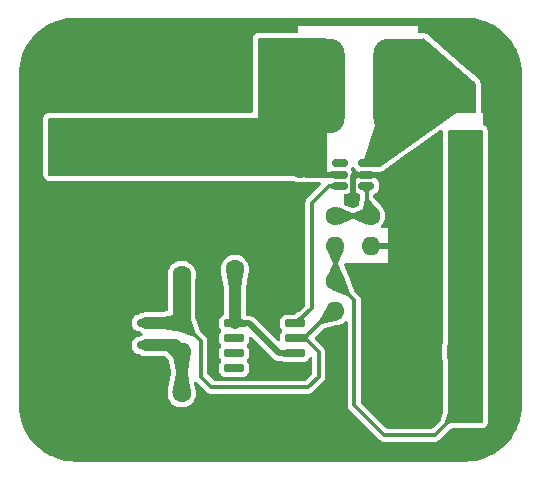
<source format=gbl>
%TF.GenerationSoftware,KiCad,Pcbnew,8.0.5*%
%TF.CreationDate,2024-10-31T21:46:15+08:00*%
%TF.ProjectId,B626_VIN3.7V_VOUT16.5V_IO0.9A,42363236-5f56-4494-9e33-2e37565f564f,rev?*%
%TF.SameCoordinates,Original*%
%TF.FileFunction,Copper,L2,Bot*%
%TF.FilePolarity,Positive*%
%FSLAX46Y46*%
G04 Gerber Fmt 4.6, Leading zero omitted, Abs format (unit mm)*
G04 Created by KiCad (PCBNEW 8.0.5) date 2024-10-31 21:46:15*
%MOMM*%
%LPD*%
G01*
G04 APERTURE LIST*
G04 Aperture macros list*
%AMRoundRect*
0 Rectangle with rounded corners*
0 $1 Rounding radius*
0 $2 $3 $4 $5 $6 $7 $8 $9 X,Y pos of 4 corners*
0 Add a 4 corners polygon primitive as box body*
4,1,4,$2,$3,$4,$5,$6,$7,$8,$9,$2,$3,0*
0 Add four circle primitives for the rounded corners*
1,1,$1+$1,$2,$3*
1,1,$1+$1,$4,$5*
1,1,$1+$1,$6,$7*
1,1,$1+$1,$8,$9*
0 Add four rect primitives between the rounded corners*
20,1,$1+$1,$2,$3,$4,$5,0*
20,1,$1+$1,$4,$5,$6,$7,0*
20,1,$1+$1,$6,$7,$8,$9,0*
20,1,$1+$1,$8,$9,$2,$3,0*%
G04 Aperture macros list end*
%TA.AperFunction,Conductor*%
%ADD10C,0.200000*%
%TD*%
%TA.AperFunction,ComponentPad*%
%ADD11R,2.600000X2.600000*%
%TD*%
%TA.AperFunction,ComponentPad*%
%ADD12C,2.600000*%
%TD*%
%TA.AperFunction,ComponentPad*%
%ADD13R,1.600000X1.600000*%
%TD*%
%TA.AperFunction,ComponentPad*%
%ADD14C,1.600000*%
%TD*%
%TA.AperFunction,ComponentPad*%
%ADD15O,1.600000X1.600000*%
%TD*%
%TA.AperFunction,ComponentPad*%
%ADD16C,6.000000*%
%TD*%
%TA.AperFunction,SMDPad,CuDef*%
%ADD17RoundRect,1.250000X-1.250000X-2.750000X1.250000X-2.750000X1.250000X2.750000X-1.250000X2.750000X0*%
%TD*%
%TA.AperFunction,SMDPad,CuDef*%
%ADD18RoundRect,0.250000X0.250000X0.475000X-0.250000X0.475000X-0.250000X-0.475000X0.250000X-0.475000X0*%
%TD*%
%TA.AperFunction,SMDPad,CuDef*%
%ADD19RoundRect,0.150000X0.587500X0.150000X-0.587500X0.150000X-0.587500X-0.150000X0.587500X-0.150000X0*%
%TD*%
%TA.AperFunction,SMDPad,CuDef*%
%ADD20RoundRect,0.150000X0.725000X0.150000X-0.725000X0.150000X-0.725000X-0.150000X0.725000X-0.150000X0*%
%TD*%
%TA.AperFunction,SMDPad,CuDef*%
%ADD21RoundRect,0.150000X0.512500X0.150000X-0.512500X0.150000X-0.512500X-0.150000X0.512500X-0.150000X0*%
%TD*%
%TA.AperFunction,SMDPad,CuDef*%
%ADD22RoundRect,0.250000X0.650000X-1.000000X0.650000X1.000000X-0.650000X1.000000X-0.650000X-1.000000X0*%
%TD*%
%TA.AperFunction,SMDPad,CuDef*%
%ADD23RoundRect,0.250000X-0.475000X0.250000X-0.475000X-0.250000X0.475000X-0.250000X0.475000X0.250000X0*%
%TD*%
%TA.AperFunction,ViaPad*%
%ADD24C,0.500000*%
%TD*%
%TA.AperFunction,Conductor*%
%ADD25C,1.000000*%
%TD*%
%TA.AperFunction,Conductor*%
%ADD26C,1.500000*%
%TD*%
%TA.AperFunction,Conductor*%
%ADD27C,0.500000*%
%TD*%
%TA.AperFunction,Conductor*%
%ADD28C,0.300000*%
%TD*%
G04 APERTURE END LIST*
%TO.N,VIN*%
D10*
X99770000Y-108750000D02*
X122750000Y-108750000D01*
X122750000Y-113500000D01*
X99770000Y-113500000D01*
X99770000Y-108750000D01*
%TA.AperFunction,Conductor*%
G36*
X99770000Y-108750000D02*
G01*
X122750000Y-108750000D01*
X122750000Y-113500000D01*
X99770000Y-113500000D01*
X99770000Y-108750000D01*
G37*
%TD.AperFunction*%
%TO.N,GND*%
X99770000Y-114500000D02*
X121250000Y-114500000D01*
X121250000Y-120250000D01*
X99770000Y-120250000D01*
X99770000Y-114500000D01*
%TA.AperFunction,Conductor*%
G36*
X99770000Y-114500000D02*
G01*
X121250000Y-114500000D01*
X121250000Y-120250000D01*
X99770000Y-120250000D01*
X99770000Y-114500000D01*
G37*
%TD.AperFunction*%
%TO.N,Net-(D1-A)*%
X135800000Y-105800000D02*
X135800000Y-108200000D01*
X134200000Y-108200000D01*
X127750000Y-112750000D01*
X126500000Y-112750000D01*
X126500000Y-112250000D01*
X127500000Y-109000000D01*
X131400000Y-102000000D01*
X135800000Y-105800000D01*
%TA.AperFunction,Conductor*%
G36*
X135800000Y-105800000D02*
G01*
X135800000Y-108200000D01*
X134200000Y-108200000D01*
X127750000Y-112750000D01*
X126500000Y-112750000D01*
X126500000Y-112250000D01*
X127500000Y-109000000D01*
X131400000Y-102000000D01*
X135800000Y-105800000D01*
G37*
%TD.AperFunction*%
%TO.N,GND*%
X128100000Y-113300000D02*
X132500000Y-113300000D01*
X132500000Y-113900000D01*
X128100000Y-113900000D01*
X128100000Y-113300000D01*
%TA.AperFunction,Conductor*%
G36*
X128100000Y-113300000D02*
G01*
X132500000Y-113300000D01*
X132500000Y-113900000D01*
X128100000Y-113900000D01*
X128100000Y-113300000D01*
G37*
%TD.AperFunction*%
X128570000Y-113500000D02*
X132500000Y-113500000D01*
X132500000Y-134270000D01*
X128570000Y-134270000D01*
X128570000Y-113500000D01*
%TA.AperFunction,Conductor*%
G36*
X128570000Y-113500000D02*
G01*
X132500000Y-113500000D01*
X132500000Y-134270000D01*
X128570000Y-134270000D01*
X128570000Y-113500000D01*
G37*
%TD.AperFunction*%
%TO.N,VOUT*%
X133600000Y-109800000D02*
X136400000Y-109800000D01*
X136400000Y-134450000D01*
X133600000Y-134450000D01*
X133600000Y-109800000D01*
%TA.AperFunction,Conductor*%
G36*
X133600000Y-109800000D02*
G01*
X136400000Y-109800000D01*
X136400000Y-134450000D01*
X133600000Y-134450000D01*
X133600000Y-109800000D01*
G37*
%TD.AperFunction*%
%TO.N,VIN*%
X117500000Y-102000000D02*
X123230000Y-102000000D01*
X123230000Y-113500000D01*
X117500000Y-113500000D01*
X117500000Y-102000000D01*
%TA.AperFunction,Conductor*%
G36*
X117500000Y-102000000D02*
G01*
X123230000Y-102000000D01*
X123230000Y-113500000D01*
X117500000Y-113500000D01*
X117500000Y-102000000D01*
G37*
%TD.AperFunction*%
%TD*%
D11*
%TO.P,H2,1*%
%TO.N,VIN*%
X102000000Y-112000000D03*
D12*
%TO.P,H2,2*%
%TO.N,GND*%
X102000000Y-117000000D03*
%TD*%
D13*
%TO.P,C1,1*%
%TO.N,VIN*%
X111500000Y-112500000D03*
D14*
%TO.P,C1,2*%
%TO.N,GND*%
X111500000Y-116000000D03*
%TD*%
D11*
%TO.P,H5,1*%
%TO.N,GND*%
X130040000Y-132920000D03*
D12*
%TO.P,H5,2*%
%TO.N,VOUT*%
X135040000Y-132920000D03*
%TD*%
D14*
%TO.P,R3,1*%
%TO.N,Net-(U2-FB)*%
X127000000Y-117000000D03*
D15*
%TO.P,R3,2*%
%TO.N,GND*%
X127000000Y-119540000D03*
%TD*%
D14*
%TO.P,C6,1*%
%TO.N,VIN*%
X115500000Y-121500000D03*
%TO.P,C6,2*%
%TO.N,GND*%
X120500000Y-121500000D03*
%TD*%
%TO.P,C5,1*%
%TO.N,Net-(U3-K)*%
X111000000Y-122000000D03*
%TO.P,C5,2*%
%TO.N,GND*%
X106000000Y-122000000D03*
%TD*%
%TO.P,C2,1*%
%TO.N,VIN*%
X118500000Y-111500000D03*
%TO.P,C2,2*%
%TO.N,GND*%
X118500000Y-116500000D03*
%TD*%
%TO.P,C7,1*%
%TO.N,VOUT*%
X135500000Y-116000000D03*
%TO.P,C7,2*%
%TO.N,GND*%
X130500000Y-116000000D03*
%TD*%
%TO.P,C8,1*%
%TO.N,VOUT*%
X135500000Y-121000000D03*
%TO.P,C8,2*%
%TO.N,GND*%
X130500000Y-121000000D03*
%TD*%
%TO.P,R1,1*%
%TO.N,VOUT*%
X124000000Y-122500000D03*
D15*
%TO.P,R1,2*%
%TO.N,Net-(U3-K)*%
X124000000Y-125040000D03*
%TD*%
D14*
%TO.P,C12,1*%
%TO.N,VOUT*%
X135500000Y-126000000D03*
%TO.P,C12,2*%
%TO.N,GND*%
X130500000Y-126000000D03*
%TD*%
D16*
%TO.P,H1,1,1*%
%TO.N,GND*%
X105000000Y-105000000D03*
%TD*%
D14*
%TO.P,R4,1*%
%TO.N,Net-(U3-K)*%
X111000000Y-126000000D03*
D15*
%TO.P,R4,2*%
%TO.N,Net-(U3-REF)*%
X111000000Y-128540000D03*
%TD*%
D14*
%TO.P,R2,1*%
%TO.N,Net-(U2-FB)*%
X124000000Y-117000000D03*
D15*
%TO.P,R2,2*%
%TO.N,VOUT*%
X124000000Y-119540000D03*
%TD*%
D14*
%TO.P,R5,1*%
%TO.N,Net-(U3-REF)*%
X111000000Y-132000000D03*
D15*
%TO.P,R5,2*%
%TO.N,GND*%
X111000000Y-134540000D03*
%TD*%
D17*
%TO.P,L1,1,+*%
%TO.N,VIN*%
X122250000Y-106000000D03*
%TO.P,L1,2,-*%
%TO.N,Net-(D1-A)*%
X129750000Y-106000000D03*
%TD*%
D18*
%TO.P,C13,1*%
%TO.N,VOUT*%
X133950000Y-128500000D03*
%TO.P,C13,2*%
%TO.N,GND*%
X132050000Y-128500000D03*
%TD*%
D19*
%TO.P,U3,1,K*%
%TO.N,Net-(U3-K)*%
X107937500Y-126050000D03*
%TO.P,U3,2,REF*%
%TO.N,Net-(U3-REF)*%
X107937500Y-127950000D03*
%TO.P,U3,3,A*%
%TO.N,GND*%
X106062500Y-127000000D03*
%TD*%
D20*
%TO.P,U4,1*%
%TO.N,/EN*%
X120575000Y-126095000D03*
%TO.P,U4,2,-*%
%TO.N,Net-(U3-K)*%
X120575000Y-127365000D03*
%TO.P,U4,3,+*%
%TO.N,VIN*%
X120575000Y-128635000D03*
%TO.P,U4,4,V-*%
%TO.N,GND*%
X120575000Y-129905000D03*
%TO.P,U4,5,+*%
%TO.N,unconnected-(U4B-+-Pad5)*%
X115425000Y-129905000D03*
%TO.P,U4,6,-*%
%TO.N,unconnected-(U4B---Pad6)*%
X115425000Y-128635000D03*
%TO.P,U4,7*%
%TO.N,unconnected-(U4-Pad7)*%
X115425000Y-127365000D03*
%TO.P,U4,8,V+*%
%TO.N,VIN*%
X115425000Y-126095000D03*
%TD*%
D21*
%TO.P,U2,1,SW*%
%TO.N,Net-(D1-A)*%
X126637500Y-112550000D03*
%TO.P,U2,2,GND*%
%TO.N,GND*%
X126637500Y-113500000D03*
%TO.P,U2,3,FB*%
%TO.N,Net-(U2-FB)*%
X126637500Y-114450000D03*
%TO.P,U2,4,EN*%
%TO.N,/EN*%
X124362500Y-114450000D03*
%TO.P,U2,5,IN*%
%TO.N,VIN*%
X124362500Y-113500000D03*
%TO.P,U2,6,NC*%
%TO.N,unconnected-(U2-NC-Pad6)*%
X124362500Y-112550000D03*
%TD*%
D22*
%TO.P,D1,1,K*%
%TO.N,VOUT*%
X135000000Y-111000000D03*
%TO.P,D1,2,A*%
%TO.N,Net-(D1-A)*%
X135000000Y-107000000D03*
%TD*%
D23*
%TO.P,C3,1*%
%TO.N,VIN*%
X121000000Y-113050000D03*
%TO.P,C3,2*%
%TO.N,GND*%
X121000000Y-114950000D03*
%TD*%
D24*
%TO.N,GND*%
X120350000Y-136100000D03*
X132500000Y-110700000D03*
X137900000Y-126160000D03*
X112800000Y-132600000D03*
X137900000Y-118540000D03*
X112730000Y-136100000D03*
X98600000Y-108010000D03*
X125500000Y-115500000D03*
X98600000Y-130870000D03*
X120000000Y-100900000D03*
X117500000Y-130300000D03*
X118500000Y-126500000D03*
X137900000Y-129970000D03*
X124000000Y-126800000D03*
X101300000Y-136100000D03*
X135590000Y-136100000D03*
X123100000Y-131700000D03*
X113800000Y-129500000D03*
X116540000Y-136100000D03*
X118500000Y-129200000D03*
X116500000Y-107600000D03*
X108920000Y-136100000D03*
X117000000Y-128000000D03*
X98600000Y-104200000D03*
X122100000Y-114500000D03*
X112530000Y-101800000D03*
X98600000Y-127060000D03*
X124160000Y-136100000D03*
X137900000Y-110920000D03*
X126500000Y-121800000D03*
X101100000Y-101800000D03*
X98600000Y-123250000D03*
X137900000Y-107110000D03*
X131900000Y-100800000D03*
X108720000Y-101800000D03*
X98600000Y-115630000D03*
X98600000Y-111820000D03*
X116340000Y-101800000D03*
X137900000Y-103300000D03*
X105110000Y-136100000D03*
X137900000Y-133780000D03*
X109100000Y-129500000D03*
X98600000Y-119440000D03*
X137900000Y-122350000D03*
X137900000Y-114730000D03*
X98600000Y-134680000D03*
%TD*%
D25*
%TO.N,VIN*%
X115500000Y-121500000D02*
X115500000Y-126020000D01*
D26*
X111270000Y-112730000D02*
X111500000Y-112500000D01*
D27*
X116695000Y-126095000D02*
X119235000Y-128635000D01*
D26*
X122250000Y-106000000D02*
X122250000Y-107710000D01*
D27*
X121500000Y-113500000D02*
X121000000Y-113000000D01*
D26*
X117460000Y-112500000D02*
X118500000Y-111460000D01*
D27*
X115425000Y-126095000D02*
X116695000Y-126095000D01*
D26*
X118500000Y-111460000D02*
X118790000Y-111460000D01*
X104000000Y-112730000D02*
X111270000Y-112730000D01*
D27*
X119235000Y-128635000D02*
X120575000Y-128635000D01*
D26*
X119460000Y-111460000D02*
X121000000Y-113000000D01*
X122250000Y-107710000D02*
X118500000Y-111460000D01*
D27*
X124351000Y-113500000D02*
X121500000Y-113500000D01*
D26*
X111500000Y-112500000D02*
X117460000Y-112500000D01*
D27*
X115500000Y-126020000D02*
X115425000Y-126095000D01*
D26*
X118500000Y-111460000D02*
X119460000Y-111460000D01*
%TO.N,GND*%
X118500000Y-116540000D02*
X119460000Y-116540000D01*
D27*
X119155000Y-129905000D02*
X118500000Y-129250000D01*
X130535000Y-116035000D02*
X130535000Y-123885000D01*
D25*
X106062500Y-122062500D02*
X106000000Y-122000000D01*
D27*
X129040000Y-119540000D02*
X130500000Y-121000000D01*
D26*
X110770000Y-115270000D02*
X111500000Y-116000000D01*
D27*
X128000000Y-113500000D02*
X130535000Y-116035000D01*
X126637500Y-113500000D02*
X128000000Y-113500000D01*
D25*
X106000000Y-117000000D02*
X102000000Y-117000000D01*
X106062500Y-127000000D02*
X106062500Y-122062500D01*
X109540000Y-134540000D02*
X106062500Y-131062500D01*
D26*
X111500000Y-116000000D02*
X117960000Y-116000000D01*
D25*
X106062500Y-131062500D02*
X106062500Y-127000000D01*
D26*
X117960000Y-116000000D02*
X118500000Y-116540000D01*
D27*
X126637500Y-113500000D02*
X125600000Y-113500000D01*
D26*
X120500000Y-121500000D02*
X120500000Y-118500000D01*
X120500000Y-118500000D02*
X118500000Y-116500000D01*
D27*
X125500000Y-113600000D02*
X125500000Y-115500000D01*
D26*
X119460000Y-116540000D02*
X121000000Y-115000000D01*
D27*
X127000000Y-119540000D02*
X129040000Y-119540000D01*
D25*
X106000000Y-122000000D02*
X106000000Y-117000000D01*
D27*
X125600000Y-113500000D02*
X125500000Y-113600000D01*
X120705000Y-129905000D02*
X119155000Y-129905000D01*
D25*
X111000000Y-134540000D02*
X109540000Y-134540000D01*
D28*
%TO.N,VOUT*%
X125600000Y-133010000D02*
X128130000Y-135540000D01*
X124000000Y-119540000D02*
X124000000Y-122500000D01*
X132420000Y-135540000D02*
X135040000Y-132920000D01*
X124000000Y-122500000D02*
X125600000Y-124100000D01*
X128130000Y-135540000D02*
X132420000Y-135540000D01*
X125600000Y-124100000D02*
X125600000Y-133010000D01*
D27*
%TO.N,Net-(D1-A)*%
X126649000Y-112550000D02*
X129750000Y-109449000D01*
X129750000Y-109449000D02*
X129750000Y-106000000D01*
D28*
%TO.N,Net-(U2-FB)*%
X124000000Y-117000000D02*
X127000000Y-117000000D01*
X126649000Y-116649000D02*
X127000000Y-117000000D01*
X126649000Y-114450000D02*
X126649000Y-116649000D01*
%TO.N,/EN*%
X122000000Y-124800000D02*
X120705000Y-126095000D01*
X123450500Y-114450000D02*
X122000000Y-115900500D01*
X122000000Y-115900500D02*
X122000000Y-124800000D01*
X124351000Y-114450000D02*
X123450500Y-114450000D01*
%TO.N,Net-(U3-K)*%
X121385000Y-127365000D02*
X120705000Y-127365000D01*
X122600000Y-130600000D02*
X121700000Y-131500000D01*
X120705000Y-127365000D02*
X119998500Y-127365000D01*
X113500000Y-131500000D02*
X112600000Y-130600000D01*
X112600000Y-127600000D02*
X111000000Y-126000000D01*
X121449999Y-127365000D02*
X122600000Y-128515001D01*
X123710000Y-125040000D02*
X121385000Y-127365000D01*
X112600000Y-130600000D02*
X112600000Y-127600000D01*
D26*
X111000000Y-122000000D02*
X111000000Y-126000000D01*
D25*
X107937500Y-126050000D02*
X110950000Y-126050000D01*
X110950000Y-126050000D02*
X111000000Y-126000000D01*
D28*
X121700000Y-131500000D02*
X113500000Y-131500000D01*
X120575000Y-127365000D02*
X121449999Y-127365000D01*
X122600000Y-128515001D02*
X122600000Y-130600000D01*
X124000000Y-125040000D02*
X123710000Y-125040000D01*
D25*
%TO.N,Net-(U3-REF)*%
X111000000Y-131941938D02*
X111029031Y-131970969D01*
X111000000Y-128540000D02*
X111000000Y-131941938D01*
X110410000Y-127950000D02*
X111000000Y-128540000D01*
X107937500Y-127950000D02*
X110410000Y-127950000D01*
%TD*%
%TA.AperFunction,Conductor*%
%TO.N,GND*%
G36*
X133037976Y-109727049D02*
G01*
X133085967Y-109777830D01*
X133099500Y-109834160D01*
X133099500Y-127742670D01*
X133094576Y-127777265D01*
X133052402Y-127922426D01*
X133052401Y-127922432D01*
X133049500Y-127959298D01*
X133049500Y-129040701D01*
X133052401Y-129077567D01*
X133052402Y-129077573D01*
X133094576Y-129222733D01*
X133099500Y-129257328D01*
X133099500Y-133669090D01*
X133095190Y-133701499D01*
X132960949Y-134197261D01*
X132928940Y-134252533D01*
X132228294Y-134953181D01*
X132166971Y-134986666D01*
X132140613Y-134989500D01*
X128409387Y-134989500D01*
X128342348Y-134969815D01*
X128321706Y-134953181D01*
X126186819Y-132818294D01*
X126153334Y-132756971D01*
X126150500Y-132730613D01*
X126150500Y-124027527D01*
X126150500Y-124027525D01*
X126112984Y-123887515D01*
X126108866Y-123880382D01*
X126040510Y-123761985D01*
X125609622Y-123331097D01*
X125581171Y-123286882D01*
X125524209Y-123134691D01*
X125127823Y-122075620D01*
X125124686Y-122066080D01*
X125124228Y-122064470D01*
X125124224Y-122064461D01*
X125120935Y-122057294D01*
X125120629Y-122056569D01*
X125120621Y-122056547D01*
X125109046Y-122030784D01*
X125104924Y-122019353D01*
X125104805Y-122019397D01*
X125103139Y-122014814D01*
X124720938Y-121175383D01*
X124711073Y-121106213D01*
X124740171Y-121042691D01*
X124798992Y-121004983D01*
X124833791Y-121000000D01*
X128500000Y-121000000D01*
X128500000Y-118000000D01*
X127998214Y-118000000D01*
X127931175Y-117980315D01*
X127885420Y-117927511D01*
X127875476Y-117858353D01*
X127899260Y-117801273D01*
X128025056Y-117634691D01*
X128025058Y-117634689D01*
X128124229Y-117435528D01*
X128185115Y-117221536D01*
X128205643Y-117000000D01*
X128185115Y-116778464D01*
X128124229Y-116564472D01*
X128124224Y-116564461D01*
X128025061Y-116365316D01*
X128025056Y-116365308D01*
X128001487Y-116334098D01*
X127890981Y-116187764D01*
X127885697Y-116182947D01*
X127873018Y-116169527D01*
X127227268Y-115374894D01*
X127200266Y-115310453D01*
X127199500Y-115296692D01*
X127199500Y-115256632D01*
X127219185Y-115189593D01*
X127271989Y-115143838D01*
X127278011Y-115141277D01*
X127281559Y-115139877D01*
X127281564Y-115139877D01*
X127422342Y-115084361D01*
X127542922Y-114992922D01*
X127634361Y-114872342D01*
X127689877Y-114731564D01*
X127700500Y-114643102D01*
X127700500Y-114256898D01*
X127689877Y-114168436D01*
X127634361Y-114027658D01*
X127634360Y-114027657D01*
X127634360Y-114027656D01*
X127542922Y-113907077D01*
X127422343Y-113815639D01*
X127281561Y-113760122D01*
X127235926Y-113754642D01*
X127193102Y-113749500D01*
X126081898Y-113749500D01*
X126042853Y-113754188D01*
X125993438Y-113760122D01*
X125852656Y-113815639D01*
X125732077Y-113907077D01*
X125640638Y-114027658D01*
X125640637Y-114027660D01*
X125615354Y-114091774D01*
X125572449Y-114146918D01*
X125506541Y-114170111D01*
X125438556Y-114153990D01*
X125390080Y-114103673D01*
X125384646Y-114091774D01*
X125356535Y-114020490D01*
X125350253Y-113950904D01*
X125356534Y-113929510D01*
X125365380Y-113907078D01*
X125414877Y-113781564D01*
X125425500Y-113693102D01*
X125425500Y-113306898D01*
X125414877Y-113218436D01*
X125359361Y-113077658D01*
X125359360Y-113077657D01*
X125356534Y-113070490D01*
X125350253Y-113000903D01*
X125356534Y-112979510D01*
X125359361Y-112972342D01*
X125384646Y-112908223D01*
X125427551Y-112853081D01*
X125493459Y-112829888D01*
X125561443Y-112846008D01*
X125609920Y-112896325D01*
X125615350Y-112908214D01*
X125630886Y-112947612D01*
X125640639Y-112972343D01*
X125732077Y-113092922D01*
X125852656Y-113184360D01*
X125852657Y-113184360D01*
X125852658Y-113184361D01*
X125993436Y-113239877D01*
X126081898Y-113250500D01*
X126456355Y-113250500D01*
X126474001Y-113251762D01*
X126500000Y-113255500D01*
X126500003Y-113255500D01*
X127750005Y-113255500D01*
X127771811Y-113255029D01*
X127913210Y-113228427D01*
X128041388Y-113163066D01*
X130006235Y-111777011D01*
X130962164Y-111102674D01*
X131028292Y-111080115D01*
X131029919Y-111080080D01*
X131029999Y-111080000D01*
X131030000Y-111080000D01*
X131030000Y-111079999D01*
X131046251Y-111063748D01*
X131049685Y-111052056D01*
X131082520Y-111017770D01*
X132904023Y-109732833D01*
X132970150Y-109710275D01*
X133037976Y-109727049D01*
G37*
%TD.AperFunction*%
%TA.AperFunction,Conductor*%
G36*
X125561443Y-114746008D02*
G01*
X125609920Y-114796325D01*
X125615350Y-114808214D01*
X125630886Y-114847612D01*
X125640639Y-114872343D01*
X125732077Y-114992922D01*
X125852656Y-115084360D01*
X125852657Y-115084360D01*
X125852658Y-115084361D01*
X125993436Y-115139877D01*
X125993438Y-115139877D01*
X125993443Y-115139879D01*
X126001148Y-115141827D01*
X126000545Y-115144209D01*
X126053490Y-115166908D01*
X126092628Y-115224787D01*
X126098500Y-115262494D01*
X126098500Y-115413675D01*
X126096136Y-115437774D01*
X125967008Y-116089513D01*
X125934669Y-116151449D01*
X125896755Y-116178267D01*
X125551381Y-116335519D01*
X125482211Y-116345384D01*
X125448615Y-116335519D01*
X124772617Y-116027730D01*
X124719761Y-115982035D01*
X124700000Y-115915018D01*
X124700000Y-115274500D01*
X124719685Y-115207461D01*
X124772489Y-115161706D01*
X124824000Y-115150500D01*
X124918097Y-115150500D01*
X124918102Y-115150500D01*
X125006564Y-115139877D01*
X125147342Y-115084361D01*
X125267922Y-114992922D01*
X125359361Y-114872342D01*
X125384646Y-114808223D01*
X125427551Y-114753081D01*
X125493459Y-114729888D01*
X125561443Y-114746008D01*
G37*
%TD.AperFunction*%
%TA.AperFunction,Conductor*%
G36*
X135002702Y-100200617D02*
G01*
X135412917Y-100218528D01*
X135423654Y-100219468D01*
X135828057Y-100272708D01*
X135838695Y-100274583D01*
X136236925Y-100362869D01*
X136247365Y-100365667D01*
X136636363Y-100488317D01*
X136646524Y-100492015D01*
X137023363Y-100648108D01*
X137033155Y-100652674D01*
X137394965Y-100841020D01*
X137404305Y-100846413D01*
X137689636Y-101028189D01*
X137748309Y-101065568D01*
X137757170Y-101071772D01*
X138080766Y-101320076D01*
X138089053Y-101327030D01*
X138389767Y-101602583D01*
X138397416Y-101610232D01*
X138672969Y-101910946D01*
X138679923Y-101919233D01*
X138928227Y-102242829D01*
X138934431Y-102251690D01*
X139153578Y-102595680D01*
X139158987Y-102605048D01*
X139347322Y-102966838D01*
X139351894Y-102976642D01*
X139507983Y-103353473D01*
X139511683Y-103363639D01*
X139634331Y-103752630D01*
X139637131Y-103763078D01*
X139725414Y-104161296D01*
X139727292Y-104171950D01*
X139780529Y-104576326D01*
X139781472Y-104587102D01*
X139799382Y-104997297D01*
X139799500Y-105002706D01*
X139799500Y-132997293D01*
X139799382Y-133002702D01*
X139781472Y-133412897D01*
X139780529Y-133423673D01*
X139727292Y-133828049D01*
X139725414Y-133838703D01*
X139637131Y-134236921D01*
X139634331Y-134247369D01*
X139511683Y-134636360D01*
X139507983Y-134646526D01*
X139351894Y-135023357D01*
X139347322Y-135033161D01*
X139158987Y-135394951D01*
X139153578Y-135404319D01*
X138934431Y-135748309D01*
X138928227Y-135757170D01*
X138679923Y-136080766D01*
X138672969Y-136089053D01*
X138397416Y-136389767D01*
X138389767Y-136397416D01*
X138089053Y-136672969D01*
X138080766Y-136679923D01*
X137757170Y-136928227D01*
X137748309Y-136934431D01*
X137404319Y-137153578D01*
X137394951Y-137158987D01*
X137033161Y-137347322D01*
X137023357Y-137351894D01*
X136646526Y-137507983D01*
X136636360Y-137511683D01*
X136247369Y-137634331D01*
X136236921Y-137637131D01*
X135838703Y-137725414D01*
X135828049Y-137727292D01*
X135423673Y-137780529D01*
X135412897Y-137781472D01*
X135002703Y-137799382D01*
X134997294Y-137799500D01*
X102002706Y-137799500D01*
X101997297Y-137799382D01*
X101587102Y-137781472D01*
X101576326Y-137780529D01*
X101171950Y-137727292D01*
X101161296Y-137725414D01*
X100763078Y-137637131D01*
X100752630Y-137634331D01*
X100363639Y-137511683D01*
X100353473Y-137507983D01*
X99976642Y-137351894D01*
X99966838Y-137347322D01*
X99847126Y-137285004D01*
X99605042Y-137158983D01*
X99595686Y-137153582D01*
X99423685Y-137044004D01*
X99251690Y-136934431D01*
X99242829Y-136928227D01*
X98919233Y-136679923D01*
X98910946Y-136672969D01*
X98610232Y-136397416D01*
X98602583Y-136389767D01*
X98327030Y-136089053D01*
X98320076Y-136080766D01*
X98071772Y-135757170D01*
X98065568Y-135748309D01*
X98012070Y-135664334D01*
X97846413Y-135404305D01*
X97841020Y-135394965D01*
X97652674Y-135033155D01*
X97648105Y-135023357D01*
X97641725Y-135007955D01*
X97492015Y-134646524D01*
X97488316Y-134636360D01*
X97450332Y-134515891D01*
X97365667Y-134247365D01*
X97362868Y-134236921D01*
X97274585Y-133838703D01*
X97272707Y-133828049D01*
X97219468Y-133423654D01*
X97218528Y-133412917D01*
X97200618Y-133002702D01*
X97200500Y-132997293D01*
X97200500Y-108684108D01*
X99269500Y-108684108D01*
X99269500Y-113565891D01*
X99303608Y-113693187D01*
X99336121Y-113749500D01*
X99369500Y-113807314D01*
X99462686Y-113900500D01*
X99576814Y-113966392D01*
X99704108Y-114000500D01*
X99835892Y-114000500D01*
X117434108Y-114000500D01*
X117565892Y-114000500D01*
X120399626Y-114000500D01*
X120455921Y-114014015D01*
X120558360Y-114066211D01*
X120558363Y-114066212D01*
X120637037Y-114091774D01*
X120730591Y-114122171D01*
X120909454Y-114150501D01*
X120909455Y-114150501D01*
X121090545Y-114150501D01*
X121090547Y-114150501D01*
X121260960Y-114123509D01*
X121304548Y-114124365D01*
X121310253Y-114125499D01*
X121310256Y-114125501D01*
X121402246Y-114143799D01*
X121435930Y-114150500D01*
X121435931Y-114150500D01*
X122051328Y-114150500D01*
X122066450Y-114151425D01*
X122070466Y-114151919D01*
X122072367Y-114152074D01*
X122137145Y-114152164D01*
X122137151Y-114152162D01*
X122144073Y-114151349D01*
X122158560Y-114150500D01*
X122672113Y-114150500D01*
X122739152Y-114170185D01*
X122784907Y-114222989D01*
X122794851Y-114292147D01*
X122765826Y-114355703D01*
X122759794Y-114362181D01*
X121559491Y-115562483D01*
X121559489Y-115562486D01*
X121487016Y-115688014D01*
X121487016Y-115688015D01*
X121449500Y-115828025D01*
X121449500Y-115828027D01*
X121449500Y-124520612D01*
X121429815Y-124587651D01*
X121413181Y-124608293D01*
X120899677Y-125121796D01*
X120867139Y-125145179D01*
X120476846Y-125338957D01*
X120434218Y-125360123D01*
X120391033Y-125381564D01*
X120335890Y-125394500D01*
X119806898Y-125394500D01*
X119767853Y-125399188D01*
X119718438Y-125405122D01*
X119577656Y-125460639D01*
X119457077Y-125552077D01*
X119365639Y-125672656D01*
X119310122Y-125813438D01*
X119305464Y-125852236D01*
X119299500Y-125901898D01*
X119299500Y-126288102D01*
X119304719Y-126331561D01*
X119310122Y-126376561D01*
X119365639Y-126517343D01*
X119457079Y-126637924D01*
X119461474Y-126642319D01*
X119494959Y-126703642D01*
X119489975Y-126773334D01*
X119461474Y-126817681D01*
X119457079Y-126822075D01*
X119365639Y-126942656D01*
X119310122Y-127083438D01*
X119306827Y-127110884D01*
X119299500Y-127171898D01*
X119299500Y-127171903D01*
X119299500Y-127480191D01*
X119279815Y-127547230D01*
X119227011Y-127592985D01*
X119157853Y-127602929D01*
X119094297Y-127573904D01*
X119087819Y-127567872D01*
X117109673Y-125589726D01*
X117053328Y-125552078D01*
X117003127Y-125518535D01*
X116975467Y-125507078D01*
X116884744Y-125469499D01*
X116884738Y-125469497D01*
X116759071Y-125444500D01*
X116759069Y-125444500D01*
X116664477Y-125444500D01*
X116639273Y-125441106D01*
X116639153Y-125441738D01*
X116634379Y-125440823D01*
X116510806Y-125427093D01*
X116446351Y-125400125D01*
X116406707Y-125342591D01*
X116400500Y-125303851D01*
X116400500Y-123175881D01*
X116402624Y-123153029D01*
X116642758Y-121872306D01*
X116645361Y-121861253D01*
X116685115Y-121721536D01*
X116700048Y-121560364D01*
X116700719Y-121554602D01*
X116701147Y-121551553D01*
X116701347Y-121549412D01*
X116701347Y-121549403D01*
X116701481Y-121546768D01*
X116701562Y-121546772D01*
X116701855Y-121540864D01*
X116705643Y-121500000D01*
X116685115Y-121278464D01*
X116624229Y-121064472D01*
X116624224Y-121064461D01*
X116525061Y-120865316D01*
X116525056Y-120865308D01*
X116390979Y-120687761D01*
X116226562Y-120537876D01*
X116226560Y-120537874D01*
X116037404Y-120420754D01*
X116037398Y-120420752D01*
X115829940Y-120340382D01*
X115611243Y-120299500D01*
X115388757Y-120299500D01*
X115170060Y-120340382D01*
X115038864Y-120391207D01*
X114962601Y-120420752D01*
X114962595Y-120420754D01*
X114773439Y-120537874D01*
X114773437Y-120537876D01*
X114609020Y-120687761D01*
X114474943Y-120865308D01*
X114474938Y-120865316D01*
X114375775Y-121064461D01*
X114375769Y-121064476D01*
X114314885Y-121278462D01*
X114314884Y-121278464D01*
X114294357Y-121499999D01*
X114294357Y-121500000D01*
X114314884Y-121721535D01*
X114314885Y-121721538D01*
X114354631Y-121861230D01*
X114357241Y-121872312D01*
X114422721Y-122221536D01*
X114593937Y-123134691D01*
X114597376Y-123153029D01*
X114599500Y-123175881D01*
X114599500Y-125308478D01*
X114579815Y-125375517D01*
X114527011Y-125421272D01*
X114520991Y-125423832D01*
X114427658Y-125460638D01*
X114307077Y-125552077D01*
X114215639Y-125672656D01*
X114160122Y-125813438D01*
X114155464Y-125852236D01*
X114149500Y-125901898D01*
X114149500Y-126288102D01*
X114154719Y-126331561D01*
X114160122Y-126376561D01*
X114215639Y-126517343D01*
X114307079Y-126637924D01*
X114311474Y-126642319D01*
X114344959Y-126703642D01*
X114339975Y-126773334D01*
X114311474Y-126817681D01*
X114307079Y-126822075D01*
X114215639Y-126942656D01*
X114160122Y-127083438D01*
X114156827Y-127110884D01*
X114149500Y-127171898D01*
X114149500Y-127558102D01*
X114151398Y-127573904D01*
X114160122Y-127646561D01*
X114215639Y-127787343D01*
X114307079Y-127907924D01*
X114311474Y-127912319D01*
X114344959Y-127973642D01*
X114339975Y-128043334D01*
X114311474Y-128087681D01*
X114307079Y-128092075D01*
X114215639Y-128212656D01*
X114160122Y-128353438D01*
X114154188Y-128402853D01*
X114149500Y-128441898D01*
X114149500Y-128828102D01*
X114152190Y-128850499D01*
X114160122Y-128916561D01*
X114215639Y-129057343D01*
X114307077Y-129177922D01*
X114311474Y-129182319D01*
X114344959Y-129243642D01*
X114339975Y-129313334D01*
X114311474Y-129357681D01*
X114307079Y-129362075D01*
X114215639Y-129482656D01*
X114160122Y-129623438D01*
X114154188Y-129672853D01*
X114149500Y-129711898D01*
X114149500Y-130098102D01*
X114155126Y-130144954D01*
X114160122Y-130186561D01*
X114215639Y-130327343D01*
X114307077Y-130447922D01*
X114427656Y-130539360D01*
X114427657Y-130539360D01*
X114427658Y-130539361D01*
X114568436Y-130594877D01*
X114656898Y-130605500D01*
X114656903Y-130605500D01*
X116193097Y-130605500D01*
X116193102Y-130605500D01*
X116281564Y-130594877D01*
X116422342Y-130539361D01*
X116542922Y-130447922D01*
X116634361Y-130327342D01*
X116689877Y-130186564D01*
X116700500Y-130098102D01*
X116700500Y-129711898D01*
X116689877Y-129623436D01*
X116634361Y-129482658D01*
X116634360Y-129482657D01*
X116634360Y-129482656D01*
X116542920Y-129362075D01*
X116538526Y-129357681D01*
X116505041Y-129296358D01*
X116510025Y-129226666D01*
X116538526Y-129182319D01*
X116542923Y-129177922D01*
X116634360Y-129057343D01*
X116634359Y-129057343D01*
X116634361Y-129057342D01*
X116689877Y-128916564D01*
X116700500Y-128828102D01*
X116700500Y-128441898D01*
X116689877Y-128353436D01*
X116634361Y-128212658D01*
X116634360Y-128212657D01*
X116634360Y-128212656D01*
X116542920Y-128092075D01*
X116538526Y-128087681D01*
X116505041Y-128026358D01*
X116510025Y-127956666D01*
X116538526Y-127912319D01*
X116542920Y-127907924D01*
X116634360Y-127787343D01*
X116634359Y-127787343D01*
X116634361Y-127787342D01*
X116689877Y-127646564D01*
X116700500Y-127558102D01*
X116700500Y-127319808D01*
X116720185Y-127252769D01*
X116772989Y-127207014D01*
X116842147Y-127197070D01*
X116905703Y-127226095D01*
X116912181Y-127232127D01*
X118820324Y-129140271D01*
X118820327Y-129140274D01*
X118820330Y-129140276D01*
X118876672Y-129177922D01*
X118926873Y-129211465D01*
X119045256Y-129260501D01*
X119045260Y-129260501D01*
X119045261Y-129260502D01*
X119170928Y-129285500D01*
X119170931Y-129285500D01*
X119335528Y-129285500D01*
X119360726Y-129288893D01*
X119360848Y-129288261D01*
X119365621Y-129289175D01*
X119365626Y-129289175D01*
X119365628Y-129289176D01*
X119802234Y-129337688D01*
X119894204Y-129336312D01*
X119903831Y-129336169D01*
X119907607Y-129335875D01*
X119917237Y-129335500D01*
X121343097Y-129335500D01*
X121343102Y-129335500D01*
X121431564Y-129324877D01*
X121572342Y-129269361D01*
X121692922Y-129177922D01*
X121784361Y-129057342D01*
X121810146Y-128991955D01*
X121853051Y-128936813D01*
X121918959Y-128913620D01*
X121986943Y-128929740D01*
X122035420Y-128980057D01*
X122049500Y-129037447D01*
X122049500Y-130320613D01*
X122029815Y-130387652D01*
X122013181Y-130408294D01*
X121508294Y-130913181D01*
X121446971Y-130946666D01*
X121420613Y-130949500D01*
X113779387Y-130949500D01*
X113712348Y-130929815D01*
X113691706Y-130913181D01*
X113186819Y-130408294D01*
X113153334Y-130346971D01*
X113150500Y-130320613D01*
X113150500Y-127527527D01*
X113150500Y-127527525D01*
X113112984Y-127387515D01*
X113095065Y-127356478D01*
X113040510Y-127261985D01*
X112609622Y-126831097D01*
X112581171Y-126786882D01*
X112576100Y-126773334D01*
X112281208Y-125985435D01*
X112158368Y-125657228D01*
X112150500Y-125613762D01*
X112150500Y-122360490D01*
X112155234Y-122326555D01*
X112168918Y-122278464D01*
X112185115Y-122221536D01*
X112205643Y-122000000D01*
X112185115Y-121778464D01*
X112124229Y-121564472D01*
X112122188Y-121560373D01*
X112025061Y-121365316D01*
X112025056Y-121365308D01*
X111890979Y-121187761D01*
X111726562Y-121037876D01*
X111726560Y-121037874D01*
X111537404Y-120920754D01*
X111537398Y-120920752D01*
X111329940Y-120840382D01*
X111111243Y-120799500D01*
X110888757Y-120799500D01*
X110670060Y-120840382D01*
X110538864Y-120891207D01*
X110462601Y-120920752D01*
X110462595Y-120920754D01*
X110273439Y-121037874D01*
X110273437Y-121037876D01*
X110109020Y-121187761D01*
X109974943Y-121365308D01*
X109974938Y-121365316D01*
X109875775Y-121564461D01*
X109875769Y-121564476D01*
X109814885Y-121778462D01*
X109814884Y-121778464D01*
X109794357Y-121999999D01*
X109794357Y-122000000D01*
X109814884Y-122221535D01*
X109844766Y-122326555D01*
X109849500Y-122360490D01*
X109849500Y-124936186D01*
X109829815Y-125003225D01*
X109777011Y-125048980D01*
X109752739Y-125057157D01*
X109361839Y-125145179D01*
X109356101Y-125146471D01*
X109328861Y-125149500D01*
X107848806Y-125149500D01*
X107674841Y-125184103D01*
X107674832Y-125184106D01*
X107510952Y-125251987D01*
X107510950Y-125251988D01*
X107396291Y-125328602D01*
X107329614Y-125349480D01*
X107327400Y-125349500D01*
X107306898Y-125349500D01*
X107267853Y-125354188D01*
X107218438Y-125360122D01*
X107077656Y-125415639D01*
X106957077Y-125507077D01*
X106865639Y-125627656D01*
X106810122Y-125768438D01*
X106805551Y-125806508D01*
X106799500Y-125856898D01*
X106799500Y-126243102D01*
X106804903Y-126288096D01*
X106810122Y-126331561D01*
X106865639Y-126472343D01*
X106957077Y-126592922D01*
X107077656Y-126684360D01*
X107077657Y-126684360D01*
X107077658Y-126684361D01*
X107218436Y-126739877D01*
X107306898Y-126750500D01*
X107327400Y-126750500D01*
X107394439Y-126770185D01*
X107396288Y-126771396D01*
X107510953Y-126848013D01*
X107584120Y-126878319D01*
X107601308Y-126885439D01*
X107655712Y-126929280D01*
X107677777Y-126995574D01*
X107660498Y-127063273D01*
X107609361Y-127110884D01*
X107601308Y-127114561D01*
X107510952Y-127151987D01*
X107510950Y-127151988D01*
X107396291Y-127228602D01*
X107329614Y-127249480D01*
X107327400Y-127249500D01*
X107306898Y-127249500D01*
X107267853Y-127254188D01*
X107218438Y-127260122D01*
X107077656Y-127315639D01*
X106957077Y-127407077D01*
X106865639Y-127527656D01*
X106810122Y-127668438D01*
X106804188Y-127717853D01*
X106799500Y-127756898D01*
X106799500Y-128143102D01*
X106803569Y-128176986D01*
X106810122Y-128231561D01*
X106865639Y-128372343D01*
X106957077Y-128492922D01*
X107077656Y-128584360D01*
X107077657Y-128584360D01*
X107077658Y-128584361D01*
X107218436Y-128639877D01*
X107306898Y-128650500D01*
X107327400Y-128650500D01*
X107394439Y-128670185D01*
X107396288Y-128671396D01*
X107510953Y-128748013D01*
X107674834Y-128815894D01*
X107674836Y-128815894D01*
X107674841Y-128815896D01*
X107848804Y-128850499D01*
X107848807Y-128850500D01*
X107848809Y-128850500D01*
X109447238Y-128850500D01*
X109514277Y-128870185D01*
X109526434Y-128879085D01*
X109876406Y-129169583D01*
X109915418Y-129227546D01*
X109919084Y-129242143D01*
X110097376Y-130193030D01*
X110099500Y-130215882D01*
X110099500Y-130324114D01*
X110097376Y-130346966D01*
X109857241Y-131627680D01*
X109854632Y-131638760D01*
X109814884Y-131778464D01*
X109799947Y-131939661D01*
X109799280Y-131945401D01*
X109798847Y-131948492D01*
X109798646Y-131950648D01*
X109798514Y-131953261D01*
X109798438Y-131953257D01*
X109798136Y-131959199D01*
X109794357Y-131999995D01*
X109794357Y-131999998D01*
X109814884Y-132221535D01*
X109814885Y-132221537D01*
X109875769Y-132435523D01*
X109875775Y-132435538D01*
X109974938Y-132634683D01*
X109974943Y-132634691D01*
X110109020Y-132812238D01*
X110273437Y-132962123D01*
X110273439Y-132962125D01*
X110462595Y-133079245D01*
X110462596Y-133079245D01*
X110462599Y-133079247D01*
X110670060Y-133159618D01*
X110888757Y-133200500D01*
X110888759Y-133200500D01*
X111111241Y-133200500D01*
X111111243Y-133200500D01*
X111329940Y-133159618D01*
X111537401Y-133079247D01*
X111726562Y-132962124D01*
X111890981Y-132812236D01*
X112025058Y-132634689D01*
X112124229Y-132435528D01*
X112185115Y-132221536D01*
X112205643Y-132000000D01*
X112185115Y-131778464D01*
X112145361Y-131638745D01*
X112142759Y-131627696D01*
X112053608Y-131152221D01*
X112060601Y-131082704D01*
X112104068Y-131028001D01*
X112170210Y-131005483D01*
X112238026Y-131022299D01*
X112263165Y-131041690D01*
X113161985Y-131940510D01*
X113161986Y-131940511D01*
X113161988Y-131940512D01*
X113179545Y-131950648D01*
X113265026Y-132000000D01*
X113287515Y-132012984D01*
X113427525Y-132050500D01*
X113427528Y-132050500D01*
X121772472Y-132050500D01*
X121772474Y-132050500D01*
X121772475Y-132050500D01*
X121912485Y-132012984D01*
X121934974Y-132000000D01*
X122038015Y-131940510D01*
X123040510Y-130938015D01*
X123112984Y-130812485D01*
X123116463Y-130799500D01*
X123150500Y-130672475D01*
X123150500Y-128442526D01*
X123112984Y-128302516D01*
X123077055Y-128240285D01*
X123040510Y-128176986D01*
X122283705Y-127420181D01*
X122250220Y-127358858D01*
X122255204Y-127289166D01*
X122283705Y-127244819D01*
X122643085Y-126885439D01*
X123027502Y-126501021D01*
X123088058Y-126467707D01*
X124088276Y-126243502D01*
X124105585Y-126241586D01*
X124105534Y-126241029D01*
X124111239Y-126240500D01*
X124111243Y-126240500D01*
X124329940Y-126199618D01*
X124391271Y-126175857D01*
X124403803Y-126171755D01*
X124410230Y-126170023D01*
X124414724Y-126168813D01*
X124416607Y-126168218D01*
X124416609Y-126168216D01*
X124416622Y-126168213D01*
X124478188Y-126143047D01*
X124478191Y-126143044D01*
X124481664Y-126141625D01*
X124491278Y-126137114D01*
X124537401Y-126119247D01*
X124726562Y-126002124D01*
X124823170Y-125914053D01*
X124841962Y-125896923D01*
X124904766Y-125866306D01*
X124974153Y-125874503D01*
X125028093Y-125918913D01*
X125049461Y-125985435D01*
X125049500Y-125988560D01*
X125049500Y-132937526D01*
X125049500Y-133082474D01*
X125087016Y-133222485D01*
X125159490Y-133348015D01*
X127791985Y-135980510D01*
X127917515Y-136052984D01*
X128057525Y-136090500D01*
X128057528Y-136090500D01*
X132492472Y-136090500D01*
X132492474Y-136090500D01*
X132492475Y-136090500D01*
X132632485Y-136052984D01*
X132758015Y-135980510D01*
X133707108Y-135031415D01*
X133762610Y-134999345D01*
X133851140Y-134975558D01*
X133928600Y-134954747D01*
X133960775Y-134950500D01*
X136465890Y-134950500D01*
X136465892Y-134950500D01*
X136593186Y-134916392D01*
X136707314Y-134850500D01*
X136800500Y-134757314D01*
X136866392Y-134643186D01*
X136900500Y-134515892D01*
X136900500Y-109734108D01*
X136866392Y-109606814D01*
X136800500Y-109492686D01*
X136707314Y-109399500D01*
X136641421Y-109361456D01*
X136593185Y-109333607D01*
X136593186Y-109333607D01*
X136591899Y-109333263D01*
X136590936Y-109332676D01*
X136585682Y-109330500D01*
X136586021Y-109329680D01*
X136532241Y-109296894D01*
X136501716Y-109234045D01*
X136500000Y-109213490D01*
X136500000Y-108300000D01*
X136429500Y-108300000D01*
X136362461Y-108280315D01*
X136316706Y-108227511D01*
X136305500Y-108176000D01*
X136305500Y-105800064D01*
X136305499Y-105799173D01*
X136305499Y-105799171D01*
X136284789Y-105656789D01*
X136224805Y-105526009D01*
X136130405Y-105417426D01*
X134688275Y-104171950D01*
X131730407Y-101617427D01*
X131706373Y-101597924D01*
X131706368Y-101597920D01*
X131580679Y-101527893D01*
X131440352Y-101496113D01*
X131440351Y-101496113D01*
X131296754Y-101505156D01*
X131196342Y-101541637D01*
X131126610Y-101546027D01*
X131065575Y-101512021D01*
X131032614Y-101450415D01*
X131030000Y-101425090D01*
X131030000Y-100920000D01*
X120870000Y-100920000D01*
X120870000Y-101375500D01*
X120850315Y-101442539D01*
X120797511Y-101488294D01*
X120746000Y-101499500D01*
X117434108Y-101499500D01*
X117306812Y-101533608D01*
X117192686Y-101599500D01*
X117192683Y-101599502D01*
X117099502Y-101692683D01*
X117099500Y-101692686D01*
X117033608Y-101806812D01*
X116999500Y-101934108D01*
X116999500Y-108125500D01*
X116979815Y-108192539D01*
X116927011Y-108238294D01*
X116875500Y-108249500D01*
X99704108Y-108249500D01*
X99576812Y-108283608D01*
X99462686Y-108349500D01*
X99462683Y-108349502D01*
X99369502Y-108442683D01*
X99369500Y-108442686D01*
X99303608Y-108556812D01*
X99269500Y-108684108D01*
X97200500Y-108684108D01*
X97200500Y-105002706D01*
X97200618Y-104997297D01*
X97209891Y-104784906D01*
X97218528Y-104587080D01*
X97219468Y-104576347D01*
X97272709Y-104171938D01*
X97274582Y-104161308D01*
X97362870Y-103763068D01*
X97365668Y-103752630D01*
X97488316Y-103363639D01*
X97492016Y-103353473D01*
X97593711Y-103107961D01*
X97648111Y-102976627D01*
X97652669Y-102966853D01*
X97841025Y-102605024D01*
X97846407Y-102595703D01*
X98065574Y-102251680D01*
X98071765Y-102242837D01*
X98320083Y-101919224D01*
X98327021Y-101910955D01*
X98602594Y-101610220D01*
X98610220Y-101602594D01*
X98910955Y-101327021D01*
X98919224Y-101320083D01*
X99242837Y-101071765D01*
X99251680Y-101065574D01*
X99595703Y-100846407D01*
X99605024Y-100841025D01*
X99966853Y-100652669D01*
X99976627Y-100648111D01*
X100353482Y-100492012D01*
X100363629Y-100488319D01*
X100752639Y-100365665D01*
X100763068Y-100362870D01*
X101161308Y-100274582D01*
X101171938Y-100272709D01*
X101576347Y-100219468D01*
X101587080Y-100218528D01*
X101997297Y-100200617D01*
X102002706Y-100200500D01*
X102039882Y-100200500D01*
X134960118Y-100200500D01*
X134997294Y-100200500D01*
X135002702Y-100200617D01*
G37*
%TD.AperFunction*%
%TD*%
%TA.AperFunction,Conductor*%
%TO.N,Net-(U3-K)*%
G36*
X112025304Y-127237436D02*
G01*
X112237436Y-127025304D01*
X111739104Y-125693853D01*
X110999293Y-125999293D01*
X110693853Y-126739104D01*
X112025304Y-127237436D01*
G37*
%TD.AperFunction*%
%TD*%
%TA.AperFunction,Conductor*%
%TO.N,VOUT*%
G36*
X125025304Y-123737436D02*
G01*
X125237436Y-123525304D01*
X124739104Y-122193853D01*
X123999293Y-122499293D01*
X123693853Y-123239104D01*
X125025304Y-123737436D01*
G37*
%TD.AperFunction*%
%TD*%
%TA.AperFunction,Conductor*%
%TO.N,VIN*%
G36*
X122235710Y-106027711D02*
G01*
X122238525Y-106036212D01*
X122237997Y-106038932D01*
X120970050Y-109993424D01*
X120967423Y-109997877D01*
X120066033Y-110954122D01*
X120057864Y-110957792D01*
X120049494Y-110954611D01*
X120049246Y-110954370D01*
X119002726Y-109907850D01*
X118999299Y-109899577D01*
X119000257Y-109894942D01*
X119748937Y-108162175D01*
X119752025Y-108157967D01*
X122219208Y-106026505D01*
X122227708Y-106023691D01*
X122235710Y-106027711D01*
G37*
%TD.AperFunction*%
%TD*%
%TA.AperFunction,Conductor*%
%TO.N,Net-(U3-REF)*%
G36*
X110500000Y-130140000D02*
G01*
X111500000Y-130140000D01*
X111800000Y-128540000D01*
X111000000Y-128539000D01*
X110200000Y-128540000D01*
X110500000Y-130140000D01*
G37*
%TD.AperFunction*%
%TD*%
%TA.AperFunction,Conductor*%
%TO.N,VOUT*%
G36*
X124727934Y-119841505D02*
G01*
X124734258Y-119847843D01*
X124734247Y-119856798D01*
X124734091Y-119857156D01*
X124153120Y-121133148D01*
X124146573Y-121139258D01*
X124142472Y-121140000D01*
X123857528Y-121140000D01*
X123849255Y-121136573D01*
X123846880Y-121133148D01*
X123265907Y-119857154D01*
X123265598Y-119848207D01*
X123271708Y-119841660D01*
X123272010Y-119841528D01*
X123995512Y-119540864D01*
X124004461Y-119540854D01*
X124727934Y-119841505D01*
G37*
%TD.AperFunction*%
%TD*%
%TA.AperFunction,Conductor*%
%TO.N,Net-(U2-FB)*%
G36*
X126698339Y-116271708D02*
G01*
X126698495Y-116272066D01*
X126999134Y-116995510D01*
X126999144Y-117004463D01*
X126999135Y-117004485D01*
X126999134Y-117004490D01*
X126698495Y-117727933D01*
X126692156Y-117734258D01*
X126683201Y-117734247D01*
X126682843Y-117734091D01*
X125406852Y-117153119D01*
X125400742Y-117146572D01*
X125400000Y-117142471D01*
X125400000Y-116857528D01*
X125403427Y-116849255D01*
X125406852Y-116846880D01*
X126682845Y-116265907D01*
X126691792Y-116265598D01*
X126698339Y-116271708D01*
G37*
%TD.AperFunction*%
%TD*%
%TA.AperFunction,Conductor*%
%TO.N,VIN*%
G36*
X116285920Y-121499982D02*
G01*
X116294188Y-121503419D01*
X116297605Y-121511697D01*
X116297405Y-121513838D01*
X116001790Y-123090456D01*
X115996897Y-123097956D01*
X115990290Y-123100000D01*
X115009710Y-123100000D01*
X115001437Y-123096573D01*
X114998210Y-123090456D01*
X114702594Y-121513836D01*
X114704438Y-121505075D01*
X114711938Y-121500182D01*
X114714074Y-121499982D01*
X115500000Y-121499000D01*
X116285920Y-121499982D01*
G37*
%TD.AperFunction*%
%TD*%
%TA.AperFunction,Conductor*%
%TO.N,VIN*%
G36*
X123853342Y-113201952D02*
G01*
X124149062Y-113374720D01*
X124346208Y-113489898D01*
X124351623Y-113497030D01*
X124350408Y-113505902D01*
X124346208Y-113510102D01*
X123853344Y-113798046D01*
X123846150Y-113799572D01*
X123410408Y-113751156D01*
X123402564Y-113746837D01*
X123400000Y-113739528D01*
X123400000Y-113260471D01*
X123403427Y-113252198D01*
X123410406Y-113248843D01*
X123846152Y-113200427D01*
X123853342Y-113201952D01*
G37*
%TD.AperFunction*%
%TD*%
%TA.AperFunction,Conductor*%
%TO.N,/EN*%
G36*
X123782255Y-114173860D02*
G01*
X124092470Y-114320935D01*
X124341650Y-114439073D01*
X124347658Y-114445714D01*
X124347210Y-114454657D01*
X124341929Y-114460080D01*
X123798060Y-114735811D01*
X123789131Y-114736496D01*
X123787208Y-114735670D01*
X123522359Y-114592585D01*
X123519647Y-114590564D01*
X123320777Y-114391694D01*
X123317350Y-114383421D01*
X123320777Y-114375148D01*
X123324298Y-114372729D01*
X123772505Y-114173741D01*
X123781455Y-114173518D01*
X123782255Y-114173860D01*
G37*
%TD.AperFunction*%
%TD*%
%TA.AperFunction,Conductor*%
%TO.N,Net-(D1-A)*%
G36*
X126991890Y-111868627D02*
G01*
X127332267Y-112209004D01*
X127335694Y-112217277D01*
X127334717Y-112221957D01*
X127286733Y-112331912D01*
X127280284Y-112338124D01*
X127279680Y-112338342D01*
X126647200Y-112547268D01*
X126638269Y-112546609D01*
X126632683Y-112540544D01*
X126518403Y-112257930D01*
X126518479Y-112248979D01*
X126521781Y-112244540D01*
X126976152Y-111867891D01*
X126984706Y-111865251D01*
X126991890Y-111868627D01*
G37*
%TD.AperFunction*%
%TD*%
%TA.AperFunction,Conductor*%
%TO.N,Net-(D1-A)*%
G36*
X129744211Y-106035600D02*
G01*
X129749829Y-106042573D01*
X129750303Y-106045970D01*
X129716143Y-109994625D01*
X129712644Y-110002868D01*
X129711989Y-110003466D01*
X128676886Y-110876949D01*
X128668353Y-110879665D01*
X128661067Y-110876280D01*
X128315769Y-110530982D01*
X128314572Y-110529579D01*
X127932909Y-110003466D01*
X127726814Y-109719369D01*
X127724730Y-109710661D01*
X127726014Y-109706895D01*
X129728335Y-106040259D01*
X129735307Y-106034643D01*
X129744211Y-106035600D01*
G37*
%TD.AperFunction*%
%TD*%
%TA.AperFunction,Conductor*%
%TO.N,Net-(U3-K)*%
G36*
X121559193Y-126984984D02*
G01*
X121559895Y-126985631D01*
X121759010Y-127184746D01*
X121762437Y-127193019D01*
X121759010Y-127201292D01*
X121758101Y-127202111D01*
X121453729Y-127448655D01*
X121445222Y-127451207D01*
X120583683Y-127366628D01*
X120575784Y-127362409D01*
X120573204Y-127356334D01*
X120553269Y-127184746D01*
X120540753Y-127077020D01*
X120543202Y-127068410D01*
X120551025Y-127064051D01*
X120551373Y-127064016D01*
X121550669Y-126982243D01*
X121559193Y-126984984D01*
G37*
%TD.AperFunction*%
%TD*%
%TA.AperFunction,Conductor*%
%TO.N,Net-(U3-REF)*%
G36*
X111500000Y-130400000D02*
G01*
X110500000Y-130400000D01*
X110200000Y-132000000D01*
X111000000Y-132001000D01*
X111800000Y-132000000D01*
X111500000Y-130400000D01*
G37*
%TD.AperFunction*%
%TD*%
%TA.AperFunction,Conductor*%
%TO.N,VIN*%
G36*
X121726533Y-112806330D02*
G01*
X121730156Y-112809108D01*
X122114115Y-113246688D01*
X122117021Y-113254405D01*
X122117021Y-113736215D01*
X122113594Y-113744488D01*
X122105321Y-113747915D01*
X122103420Y-113747760D01*
X120914025Y-113551954D01*
X120906419Y-113547228D01*
X120904381Y-113538508D01*
X120904430Y-113538234D01*
X120997708Y-113056665D01*
X121002646Y-113049197D01*
X121005427Y-113047815D01*
X121717597Y-112805747D01*
X121726533Y-112806330D01*
G37*
%TD.AperFunction*%
%TD*%
%TA.AperFunction,Conductor*%
%TO.N,Net-(U3-REF)*%
G36*
X109644386Y-127450000D02*
G01*
X109644386Y-128450000D01*
X110434315Y-129105685D01*
X111001000Y-128540000D01*
X111306147Y-127800896D01*
X109644386Y-127450000D01*
G37*
%TD.AperFunction*%
%TD*%
%TA.AperFunction,Conductor*%
%TO.N,VIN*%
G36*
X116589593Y-125843843D02*
G01*
X116597436Y-125848162D01*
X116600000Y-125855471D01*
X116600000Y-126334528D01*
X116596573Y-126342801D01*
X116589592Y-126346156D01*
X116152985Y-126394668D01*
X116147225Y-126393853D01*
X115450167Y-126105813D01*
X115443829Y-126099487D01*
X115443822Y-126090532D01*
X115450146Y-126084195D01*
X116147227Y-125796145D01*
X116152982Y-125795331D01*
X116589593Y-125843843D01*
G37*
%TD.AperFunction*%
%TD*%
%TA.AperFunction,Conductor*%
%TO.N,Net-(U3-K)*%
G36*
X122646406Y-125891462D02*
G01*
X122858538Y-126103594D01*
X124306147Y-125779104D01*
X124000707Y-125039293D01*
X123260896Y-124733853D01*
X122646406Y-125891462D01*
G37*
%TD.AperFunction*%
%TD*%
%TA.AperFunction,Conductor*%
%TO.N,VIN*%
G36*
X119852772Y-128336145D02*
G01*
X119996340Y-128395471D01*
X120549832Y-128624187D01*
X120556170Y-128630513D01*
X120556177Y-128639468D01*
X120549852Y-128645804D01*
X120549836Y-128645811D01*
X120549832Y-128645813D01*
X119852774Y-128933853D01*
X119847014Y-128934668D01*
X119410408Y-128886156D01*
X119402564Y-128881837D01*
X119400000Y-128874528D01*
X119400000Y-128395471D01*
X119403427Y-128387198D01*
X119410406Y-128383843D01*
X119847017Y-128335331D01*
X119852772Y-128336145D01*
G37*
%TD.AperFunction*%
%TD*%
%TA.AperFunction,Conductor*%
%TO.N,Net-(U2-FB)*%
G36*
X124316798Y-116265752D02*
G01*
X124317130Y-116265896D01*
X125593148Y-116846880D01*
X125599258Y-116853427D01*
X125600000Y-116857528D01*
X125600000Y-117142471D01*
X125596573Y-117150744D01*
X125593148Y-117153119D01*
X124317156Y-117734091D01*
X124308207Y-117734401D01*
X124301660Y-117728291D01*
X124301519Y-117727967D01*
X124000864Y-117004487D01*
X124000854Y-116995538D01*
X124301505Y-116272064D01*
X124307843Y-116265741D01*
X124316798Y-116265752D01*
G37*
%TD.AperFunction*%
%TD*%
%TA.AperFunction,Conductor*%
%TO.N,/EN*%
G36*
X121117011Y-125482747D02*
G01*
X121321791Y-125687527D01*
X121324060Y-125690725D01*
X121384566Y-125816403D01*
X121385067Y-125825344D01*
X121379099Y-125832020D01*
X121377666Y-125832597D01*
X120585226Y-126092126D01*
X120576297Y-126091444D01*
X120570528Y-126084836D01*
X120473542Y-125804727D01*
X120474073Y-125795789D01*
X120479393Y-125790422D01*
X121103535Y-125480540D01*
X121112469Y-125479931D01*
X121117011Y-125482747D01*
G37*
%TD.AperFunction*%
%TD*%
%TA.AperFunction,Conductor*%
%TO.N,VOUT*%
G36*
X124150000Y-120900000D02*
G01*
X123850000Y-120900000D01*
X123260896Y-122193853D01*
X124000000Y-122501000D01*
X124739104Y-122193853D01*
X124150000Y-120900000D01*
G37*
%TD.AperFunction*%
%TD*%
%TA.AperFunction,Conductor*%
%TO.N,Net-(U3-K)*%
G36*
X109409946Y-125550000D02*
G01*
X109409946Y-126550000D01*
X111000000Y-126800000D01*
X111001000Y-126000000D01*
X110693853Y-125260896D01*
X109409946Y-125550000D01*
G37*
%TD.AperFunction*%
%TD*%
%TA.AperFunction,Conductor*%
%TO.N,VOUT*%
G36*
X135031306Y-132918276D02*
G01*
X135039162Y-132922572D01*
X135041685Y-132928697D01*
X135172930Y-134190328D01*
X135170378Y-134198912D01*
X135164329Y-134202838D01*
X133536756Y-134640149D01*
X133527877Y-134638987D01*
X133525447Y-134637123D01*
X133322886Y-134434562D01*
X133319459Y-134426289D01*
X133319864Y-134423239D01*
X133761837Y-132790982D01*
X133767307Y-132783894D01*
X133774386Y-132782410D01*
X135031306Y-132918276D01*
G37*
%TD.AperFunction*%
%TD*%
%TA.AperFunction,Conductor*%
%TO.N,Net-(U3-K)*%
G36*
X121453803Y-127232823D02*
G01*
X121453946Y-127232930D01*
X121757499Y-127462960D01*
X121762023Y-127470688D01*
X121759758Y-127479351D01*
X121758706Y-127480558D01*
X121559580Y-127679684D01*
X121551307Y-127683111D01*
X121551096Y-127683109D01*
X120561334Y-127665225D01*
X120553124Y-127661649D01*
X120549847Y-127653316D01*
X120549885Y-127652568D01*
X120573515Y-127373471D01*
X120577627Y-127365518D01*
X120583395Y-127362896D01*
X121445108Y-127230690D01*
X121453803Y-127232823D01*
G37*
%TD.AperFunction*%
%TD*%
%TA.AperFunction,Conductor*%
%TO.N,Net-(U2-FB)*%
G36*
X126645837Y-114457207D02*
G01*
X126645865Y-114457234D01*
X126937349Y-114744129D01*
X126940842Y-114752375D01*
X126939686Y-114757540D01*
X126802188Y-115043372D01*
X126795513Y-115049342D01*
X126791644Y-115050000D01*
X126506107Y-115050000D01*
X126497834Y-115046573D01*
X126495724Y-115043692D01*
X126347108Y-114757515D01*
X126346336Y-114748594D01*
X126349123Y-114743946D01*
X126629293Y-114457393D01*
X126637526Y-114453874D01*
X126645837Y-114457207D01*
G37*
%TD.AperFunction*%
%TD*%
%TA.AperFunction,Conductor*%
%TO.N,Net-(U2-FB)*%
G36*
X126801704Y-115494293D02*
G01*
X126802511Y-115495187D01*
X127559035Y-116426132D01*
X127561593Y-116434714D01*
X127558235Y-116441777D01*
X127003434Y-116997559D01*
X126995164Y-117000993D01*
X126995139Y-117000993D01*
X126214227Y-117000017D01*
X126205959Y-116996580D01*
X126202542Y-116988302D01*
X126202765Y-116986043D01*
X126312077Y-116434315D01*
X126497132Y-115500291D01*
X126502101Y-115492843D01*
X126508609Y-115490866D01*
X126793431Y-115490866D01*
X126801704Y-115494293D01*
G37*
%TD.AperFunction*%
%TD*%
M02*

</source>
